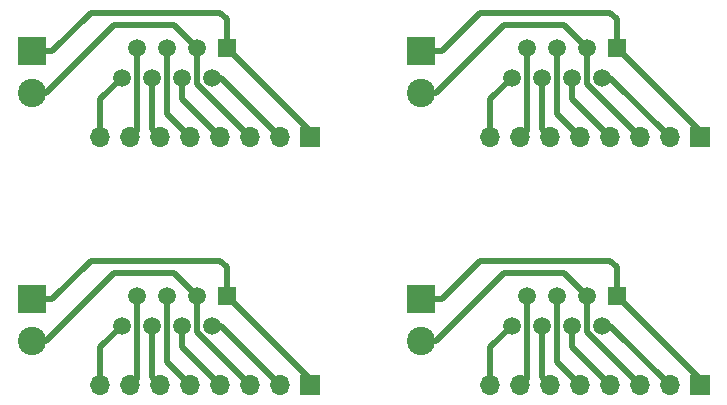
<source format=gbr>
%TF.GenerationSoftware,KiCad,Pcbnew,7.0.9*%
%TF.CreationDate,2024-06-08T21:54:21-04:00*%
%TF.ProjectId,8P breakout header,38502062-7265-4616-9b6f-757420686561,rev?*%
%TF.SameCoordinates,Original*%
%TF.FileFunction,Copper,L1,Top*%
%TF.FilePolarity,Positive*%
%FSLAX46Y46*%
G04 Gerber Fmt 4.6, Leading zero omitted, Abs format (unit mm)*
G04 Created by KiCad (PCBNEW 7.0.9) date 2024-06-08 21:54:21*
%MOMM*%
%LPD*%
G01*
G04 APERTURE LIST*
%TA.AperFunction,ComponentPad*%
%ADD10R,1.700000X1.700000*%
%TD*%
%TA.AperFunction,ComponentPad*%
%ADD11O,1.700000X1.700000*%
%TD*%
%TA.AperFunction,ComponentPad*%
%ADD12R,1.500000X1.500000*%
%TD*%
%TA.AperFunction,ComponentPad*%
%ADD13C,1.500000*%
%TD*%
%TA.AperFunction,ComponentPad*%
%ADD14R,2.400000X2.400000*%
%TD*%
%TA.AperFunction,ComponentPad*%
%ADD15C,2.400000*%
%TD*%
%TA.AperFunction,Conductor*%
%ADD16C,0.500000*%
%TD*%
G04 APERTURE END LIST*
D10*
%TO.P,J4,1,Pin_1*%
%TO.N,Board_0-Net-(J2-Pin_1)*%
X145120000Y-36535000D03*
D11*
%TO.P,J4,2,Pin_2*%
%TO.N,Board_0-Net-(J4-Pin_2)*%
X142580000Y-36535000D03*
%TO.P,J4,3,Pin_3*%
%TO.N,Board_0-Net-(J2-Pin_2)*%
X140040000Y-36535000D03*
%TO.P,J4,4,Pin_4*%
%TO.N,Board_0-Net-(J4-Pin_4)*%
X137500000Y-36535000D03*
%TO.P,J4,5,Pin_5*%
%TO.N,Board_0-Net-(J4-Pin_5)*%
X134960000Y-36535000D03*
%TO.P,J4,6,Pin_6*%
%TO.N,Board_0-Net-(J4-Pin_6)*%
X132420000Y-36535000D03*
%TO.P,J4,7,Pin_7*%
%TO.N,Board_0-Net-(J4-Pin_7)*%
X129880000Y-36535000D03*
%TO.P,J4,8,Pin_8*%
%TO.N,Board_0-Net-(J4-Pin_8)*%
X127340000Y-36535000D03*
%TD*%
D12*
%TO.P,J1,1*%
%TO.N,Board_0-Net-(J2-Pin_1)*%
X138042500Y-28935000D03*
D13*
%TO.P,J1,2*%
%TO.N,Board_0-Net-(J4-Pin_2)*%
X136772500Y-31475000D03*
%TO.P,J1,3*%
%TO.N,Board_0-Net-(J2-Pin_2)*%
X135502500Y-28935000D03*
%TO.P,J1,4*%
%TO.N,Board_0-Net-(J4-Pin_4)*%
X134232500Y-31475000D03*
%TO.P,J1,5*%
%TO.N,Board_0-Net-(J4-Pin_5)*%
X132962500Y-28935000D03*
%TO.P,J1,6*%
%TO.N,Board_0-Net-(J4-Pin_6)*%
X131692500Y-31475000D03*
%TO.P,J1,7*%
%TO.N,Board_0-Net-(J4-Pin_7)*%
X130422500Y-28935000D03*
%TO.P,J1,8*%
%TO.N,Board_0-Net-(J4-Pin_8)*%
X129152500Y-31475000D03*
%TD*%
D10*
%TO.P,J4,1,Pin_1*%
%TO.N,Board_1-Net-(J2-Pin_1)*%
X178120000Y-36535000D03*
D11*
%TO.P,J4,2,Pin_2*%
%TO.N,Board_1-Net-(J4-Pin_2)*%
X175580000Y-36535000D03*
%TO.P,J4,3,Pin_3*%
%TO.N,Board_1-Net-(J2-Pin_2)*%
X173040000Y-36535000D03*
%TO.P,J4,4,Pin_4*%
%TO.N,Board_1-Net-(J4-Pin_4)*%
X170500000Y-36535000D03*
%TO.P,J4,5,Pin_5*%
%TO.N,Board_1-Net-(J4-Pin_5)*%
X167960000Y-36535000D03*
%TO.P,J4,6,Pin_6*%
%TO.N,Board_1-Net-(J4-Pin_6)*%
X165420000Y-36535000D03*
%TO.P,J4,7,Pin_7*%
%TO.N,Board_1-Net-(J4-Pin_7)*%
X162880000Y-36535000D03*
%TO.P,J4,8,Pin_8*%
%TO.N,Board_1-Net-(J4-Pin_8)*%
X160340000Y-36535000D03*
%TD*%
D12*
%TO.P,J1,1*%
%TO.N,Board_3-Net-(J2-Pin_1)*%
X171042500Y-49935000D03*
D13*
%TO.P,J1,2*%
%TO.N,Board_3-Net-(J4-Pin_2)*%
X169772500Y-52475000D03*
%TO.P,J1,3*%
%TO.N,Board_3-Net-(J2-Pin_2)*%
X168502500Y-49935000D03*
%TO.P,J1,4*%
%TO.N,Board_3-Net-(J4-Pin_4)*%
X167232500Y-52475000D03*
%TO.P,J1,5*%
%TO.N,Board_3-Net-(J4-Pin_5)*%
X165962500Y-49935000D03*
%TO.P,J1,6*%
%TO.N,Board_3-Net-(J4-Pin_6)*%
X164692500Y-52475000D03*
%TO.P,J1,7*%
%TO.N,Board_3-Net-(J4-Pin_7)*%
X163422500Y-49935000D03*
%TO.P,J1,8*%
%TO.N,Board_3-Net-(J4-Pin_8)*%
X162152500Y-52475000D03*
%TD*%
D14*
%TO.P,J2,1,Pin_1*%
%TO.N,Board_3-Net-(J2-Pin_1)*%
X154500000Y-50250000D03*
D15*
%TO.P,J2,2,Pin_2*%
%TO.N,Board_3-Net-(J2-Pin_2)*%
X154500000Y-53750000D03*
%TD*%
D14*
%TO.P,J2,1,Pin_1*%
%TO.N,Board_2-Net-(J2-Pin_1)*%
X121500000Y-50250000D03*
D15*
%TO.P,J2,2,Pin_2*%
%TO.N,Board_2-Net-(J2-Pin_2)*%
X121500000Y-53750000D03*
%TD*%
D12*
%TO.P,J1,1*%
%TO.N,Board_2-Net-(J2-Pin_1)*%
X138042500Y-49935000D03*
D13*
%TO.P,J1,2*%
%TO.N,Board_2-Net-(J4-Pin_2)*%
X136772500Y-52475000D03*
%TO.P,J1,3*%
%TO.N,Board_2-Net-(J2-Pin_2)*%
X135502500Y-49935000D03*
%TO.P,J1,4*%
%TO.N,Board_2-Net-(J4-Pin_4)*%
X134232500Y-52475000D03*
%TO.P,J1,5*%
%TO.N,Board_2-Net-(J4-Pin_5)*%
X132962500Y-49935000D03*
%TO.P,J1,6*%
%TO.N,Board_2-Net-(J4-Pin_6)*%
X131692500Y-52475000D03*
%TO.P,J1,7*%
%TO.N,Board_2-Net-(J4-Pin_7)*%
X130422500Y-49935000D03*
%TO.P,J1,8*%
%TO.N,Board_2-Net-(J4-Pin_8)*%
X129152500Y-52475000D03*
%TD*%
D10*
%TO.P,J4,1,Pin_1*%
%TO.N,Board_3-Net-(J2-Pin_1)*%
X178120000Y-57535000D03*
D11*
%TO.P,J4,2,Pin_2*%
%TO.N,Board_3-Net-(J4-Pin_2)*%
X175580000Y-57535000D03*
%TO.P,J4,3,Pin_3*%
%TO.N,Board_3-Net-(J2-Pin_2)*%
X173040000Y-57535000D03*
%TO.P,J4,4,Pin_4*%
%TO.N,Board_3-Net-(J4-Pin_4)*%
X170500000Y-57535000D03*
%TO.P,J4,5,Pin_5*%
%TO.N,Board_3-Net-(J4-Pin_5)*%
X167960000Y-57535000D03*
%TO.P,J4,6,Pin_6*%
%TO.N,Board_3-Net-(J4-Pin_6)*%
X165420000Y-57535000D03*
%TO.P,J4,7,Pin_7*%
%TO.N,Board_3-Net-(J4-Pin_7)*%
X162880000Y-57535000D03*
%TO.P,J4,8,Pin_8*%
%TO.N,Board_3-Net-(J4-Pin_8)*%
X160340000Y-57535000D03*
%TD*%
D12*
%TO.P,J1,1*%
%TO.N,Board_1-Net-(J2-Pin_1)*%
X171042500Y-28935000D03*
D13*
%TO.P,J1,2*%
%TO.N,Board_1-Net-(J4-Pin_2)*%
X169772500Y-31475000D03*
%TO.P,J1,3*%
%TO.N,Board_1-Net-(J2-Pin_2)*%
X168502500Y-28935000D03*
%TO.P,J1,4*%
%TO.N,Board_1-Net-(J4-Pin_4)*%
X167232500Y-31475000D03*
%TO.P,J1,5*%
%TO.N,Board_1-Net-(J4-Pin_5)*%
X165962500Y-28935000D03*
%TO.P,J1,6*%
%TO.N,Board_1-Net-(J4-Pin_6)*%
X164692500Y-31475000D03*
%TO.P,J1,7*%
%TO.N,Board_1-Net-(J4-Pin_7)*%
X163422500Y-28935000D03*
%TO.P,J1,8*%
%TO.N,Board_1-Net-(J4-Pin_8)*%
X162152500Y-31475000D03*
%TD*%
D14*
%TO.P,J2,1,Pin_1*%
%TO.N,Board_1-Net-(J2-Pin_1)*%
X154500000Y-29250000D03*
D15*
%TO.P,J2,2,Pin_2*%
%TO.N,Board_1-Net-(J2-Pin_2)*%
X154500000Y-32750000D03*
%TD*%
D10*
%TO.P,J4,1,Pin_1*%
%TO.N,Board_2-Net-(J2-Pin_1)*%
X145120000Y-57535000D03*
D11*
%TO.P,J4,2,Pin_2*%
%TO.N,Board_2-Net-(J4-Pin_2)*%
X142580000Y-57535000D03*
%TO.P,J4,3,Pin_3*%
%TO.N,Board_2-Net-(J2-Pin_2)*%
X140040000Y-57535000D03*
%TO.P,J4,4,Pin_4*%
%TO.N,Board_2-Net-(J4-Pin_4)*%
X137500000Y-57535000D03*
%TO.P,J4,5,Pin_5*%
%TO.N,Board_2-Net-(J4-Pin_5)*%
X134960000Y-57535000D03*
%TO.P,J4,6,Pin_6*%
%TO.N,Board_2-Net-(J4-Pin_6)*%
X132420000Y-57535000D03*
%TO.P,J4,7,Pin_7*%
%TO.N,Board_2-Net-(J4-Pin_7)*%
X129880000Y-57535000D03*
%TO.P,J4,8,Pin_8*%
%TO.N,Board_2-Net-(J4-Pin_8)*%
X127340000Y-57535000D03*
%TD*%
D14*
%TO.P,J2,1,Pin_1*%
%TO.N,Board_0-Net-(J2-Pin_1)*%
X121500000Y-29250000D03*
D15*
%TO.P,J2,2,Pin_2*%
%TO.N,Board_0-Net-(J2-Pin_2)*%
X121500000Y-32750000D03*
%TD*%
D16*
%TO.N,Board_3-Net-(J4-Pin_8)*%
X162152500Y-52475000D02*
X160340000Y-54287500D01*
X160340000Y-54287500D02*
X160340000Y-57535000D01*
%TO.N,Board_3-Net-(J4-Pin_7)*%
X163422500Y-56992500D02*
X162880000Y-57535000D01*
X163422500Y-49935000D02*
X163422500Y-56992500D01*
%TO.N,Board_3-Net-(J4-Pin_6)*%
X164692500Y-52475000D02*
X164692500Y-56807500D01*
X164692500Y-56807500D02*
X165420000Y-57535000D01*
%TO.N,Board_3-Net-(J4-Pin_5)*%
X165962500Y-49935000D02*
X165962500Y-55537500D01*
X165962500Y-55537500D02*
X167960000Y-57535000D01*
%TO.N,Board_3-Net-(J4-Pin_4)*%
X167232500Y-52475000D02*
X167232500Y-54267500D01*
X167232500Y-54267500D02*
X170500000Y-57535000D01*
%TO.N,Board_3-Net-(J4-Pin_2)*%
X169772500Y-52475000D02*
X170520000Y-52475000D01*
X170520000Y-52475000D02*
X175580000Y-57535000D01*
%TO.N,Board_3-Net-(J2-Pin_2)*%
X168502500Y-49935000D02*
X168502500Y-52997500D01*
X155750000Y-53750000D02*
X154500000Y-53750000D01*
X166567500Y-48000000D02*
X161500000Y-48000000D01*
X168502500Y-52997500D02*
X173040000Y-57535000D01*
X161500000Y-48000000D02*
X155750000Y-53750000D01*
X168502500Y-49935000D02*
X166567500Y-48000000D01*
%TO.N,Board_3-Net-(J2-Pin_1)*%
X171042500Y-49935000D02*
X178120000Y-57012500D01*
X178120000Y-57012500D02*
X178120000Y-57535000D01*
X171042500Y-47542500D02*
X170500000Y-47000000D01*
X156250000Y-50250000D02*
X154500000Y-50250000D01*
X170500000Y-47000000D02*
X159500000Y-47000000D01*
X159500000Y-47000000D02*
X156250000Y-50250000D01*
X171042500Y-49935000D02*
X171042500Y-47542500D01*
%TO.N,Board_2-Net-(J4-Pin_8)*%
X127340000Y-54287500D02*
X127340000Y-57535000D01*
X129152500Y-52475000D02*
X127340000Y-54287500D01*
%TO.N,Board_2-Net-(J4-Pin_7)*%
X130422500Y-49935000D02*
X130422500Y-56992500D01*
X130422500Y-56992500D02*
X129880000Y-57535000D01*
%TO.N,Board_2-Net-(J4-Pin_6)*%
X131692500Y-52475000D02*
X131692500Y-56807500D01*
X131692500Y-56807500D02*
X132420000Y-57535000D01*
%TO.N,Board_2-Net-(J4-Pin_5)*%
X132962500Y-55537500D02*
X134960000Y-57535000D01*
X132962500Y-49935000D02*
X132962500Y-55537500D01*
%TO.N,Board_2-Net-(J4-Pin_4)*%
X134232500Y-54267500D02*
X137500000Y-57535000D01*
X134232500Y-52475000D02*
X134232500Y-54267500D01*
%TO.N,Board_2-Net-(J4-Pin_2)*%
X137520000Y-52475000D02*
X142580000Y-57535000D01*
X136772500Y-52475000D02*
X137520000Y-52475000D01*
%TO.N,Board_2-Net-(J2-Pin_2)*%
X122750000Y-53750000D02*
X121500000Y-53750000D01*
X128500000Y-48000000D02*
X122750000Y-53750000D01*
X135502500Y-49935000D02*
X133567500Y-48000000D01*
X135502500Y-49935000D02*
X135502500Y-52997500D01*
X133567500Y-48000000D02*
X128500000Y-48000000D01*
X135502500Y-52997500D02*
X140040000Y-57535000D01*
%TO.N,Board_2-Net-(J2-Pin_1)*%
X137500000Y-47000000D02*
X126500000Y-47000000D01*
X123250000Y-50250000D02*
X121500000Y-50250000D01*
X126500000Y-47000000D02*
X123250000Y-50250000D01*
X145120000Y-57012500D02*
X145120000Y-57535000D01*
X138042500Y-49935000D02*
X145120000Y-57012500D01*
X138042500Y-47542500D02*
X137500000Y-47000000D01*
X138042500Y-49935000D02*
X138042500Y-47542500D01*
%TO.N,Board_1-Net-(J4-Pin_8)*%
X162152500Y-31475000D02*
X160340000Y-33287500D01*
X160340000Y-33287500D02*
X160340000Y-36535000D01*
%TO.N,Board_1-Net-(J4-Pin_7)*%
X163422500Y-28935000D02*
X163422500Y-35992500D01*
X163422500Y-35992500D02*
X162880000Y-36535000D01*
%TO.N,Board_1-Net-(J4-Pin_6)*%
X164692500Y-31475000D02*
X164692500Y-35807500D01*
X164692500Y-35807500D02*
X165420000Y-36535000D01*
%TO.N,Board_1-Net-(J4-Pin_5)*%
X165962500Y-34537500D02*
X167960000Y-36535000D01*
X165962500Y-28935000D02*
X165962500Y-34537500D01*
%TO.N,Board_1-Net-(J4-Pin_4)*%
X167232500Y-33267500D02*
X170500000Y-36535000D01*
X167232500Y-31475000D02*
X167232500Y-33267500D01*
%TO.N,Board_1-Net-(J4-Pin_2)*%
X169772500Y-31475000D02*
X170520000Y-31475000D01*
X170520000Y-31475000D02*
X175580000Y-36535000D01*
%TO.N,Board_1-Net-(J2-Pin_2)*%
X166567500Y-27000000D02*
X161500000Y-27000000D01*
X155750000Y-32750000D02*
X154500000Y-32750000D01*
X168502500Y-28935000D02*
X166567500Y-27000000D01*
X168502500Y-31997500D02*
X173040000Y-36535000D01*
X168502500Y-28935000D02*
X168502500Y-31997500D01*
X161500000Y-27000000D02*
X155750000Y-32750000D01*
%TO.N,Board_1-Net-(J2-Pin_1)*%
X178120000Y-36012500D02*
X178120000Y-36535000D01*
X171042500Y-28935000D02*
X178120000Y-36012500D01*
X159500000Y-26000000D02*
X156250000Y-29250000D01*
X170500000Y-26000000D02*
X159500000Y-26000000D01*
X171042500Y-28935000D02*
X171042500Y-26542500D01*
X156250000Y-29250000D02*
X154500000Y-29250000D01*
X171042500Y-26542500D02*
X170500000Y-26000000D01*
%TO.N,Board_0-Net-(J4-Pin_8)*%
X129152500Y-31475000D02*
X127340000Y-33287500D01*
X127340000Y-33287500D02*
X127340000Y-36535000D01*
%TO.N,Board_0-Net-(J4-Pin_7)*%
X130422500Y-28935000D02*
X130422500Y-35992500D01*
X130422500Y-35992500D02*
X129880000Y-36535000D01*
%TO.N,Board_0-Net-(J4-Pin_6)*%
X131692500Y-35807500D02*
X132420000Y-36535000D01*
X131692500Y-31475000D02*
X131692500Y-35807500D01*
%TO.N,Board_0-Net-(J4-Pin_5)*%
X132962500Y-28935000D02*
X132962500Y-34537500D01*
X132962500Y-34537500D02*
X134960000Y-36535000D01*
%TO.N,Board_0-Net-(J4-Pin_4)*%
X134232500Y-31475000D02*
X134232500Y-33267500D01*
X134232500Y-33267500D02*
X137500000Y-36535000D01*
%TO.N,Board_0-Net-(J4-Pin_2)*%
X137520000Y-31475000D02*
X142580000Y-36535000D01*
X136772500Y-31475000D02*
X137520000Y-31475000D01*
%TO.N,Board_0-Net-(J2-Pin_2)*%
X128500000Y-27000000D02*
X122750000Y-32750000D01*
X135502500Y-28935000D02*
X135502500Y-31997500D01*
X122750000Y-32750000D02*
X121500000Y-32750000D01*
X135502500Y-28935000D02*
X133567500Y-27000000D01*
X133567500Y-27000000D02*
X128500000Y-27000000D01*
X135502500Y-31997500D02*
X140040000Y-36535000D01*
%TO.N,Board_0-Net-(J2-Pin_1)*%
X123250000Y-29250000D02*
X121500000Y-29250000D01*
X126500000Y-26000000D02*
X123250000Y-29250000D01*
X138042500Y-28935000D02*
X138042500Y-26542500D01*
X137500000Y-26000000D02*
X126500000Y-26000000D01*
X145120000Y-36012500D02*
X145120000Y-36535000D01*
X138042500Y-28935000D02*
X145120000Y-36012500D01*
X138042500Y-26542500D02*
X137500000Y-26000000D01*
%TD*%
M02*

</source>
